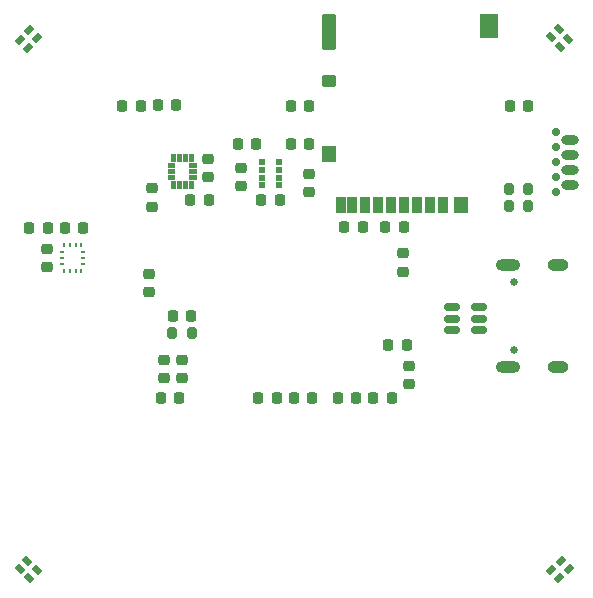
<source format=gbs>
G04 #@! TF.GenerationSoftware,KiCad,Pcbnew,9.0.2-9.0.2-0~ubuntu24.04.1*
G04 #@! TF.CreationDate,2025-06-08T21:46:17-05:00*
G04 #@! TF.ProjectId,FC,46432e6b-6963-4616-945f-706362585858,rev?*
G04 #@! TF.SameCoordinates,Original*
G04 #@! TF.FileFunction,Soldermask,Bot*
G04 #@! TF.FilePolarity,Negative*
%FSLAX46Y46*%
G04 Gerber Fmt 4.6, Leading zero omitted, Abs format (unit mm)*
G04 Created by KiCad (PCBNEW 9.0.2-9.0.2-0~ubuntu24.04.1) date 2025-06-08 21:46:17*
%MOMM*%
%LPD*%
G01*
G04 APERTURE LIST*
G04 Aperture macros list*
%AMRoundRect*
0 Rectangle with rounded corners*
0 $1 Rounding radius*
0 $2 $3 $4 $5 $6 $7 $8 $9 X,Y pos of 4 corners*
0 Add a 4 corners polygon primitive as box body*
4,1,4,$2,$3,$4,$5,$6,$7,$8,$9,$2,$3,0*
0 Add four circle primitives for the rounded corners*
1,1,$1+$1,$2,$3*
1,1,$1+$1,$4,$5*
1,1,$1+$1,$6,$7*
1,1,$1+$1,$8,$9*
0 Add four rect primitives between the rounded corners*
20,1,$1+$1,$2,$3,$4,$5,0*
20,1,$1+$1,$4,$5,$6,$7,0*
20,1,$1+$1,$6,$7,$8,$9,0*
20,1,$1+$1,$8,$9,$2,$3,0*%
%AMRotRect*
0 Rectangle, with rotation*
0 The origin of the aperture is its center*
0 $1 length*
0 $2 width*
0 $3 Rotation angle, in degrees counterclockwise*
0 Add horizontal line*
21,1,$1,$2,0,0,$3*%
G04 Aperture macros list end*
%ADD10C,0.010000*%
%ADD11R,0.254000X0.431800*%
%ADD12R,0.431800X0.254000*%
%ADD13RoundRect,0.225000X0.225000X0.250000X-0.225000X0.250000X-0.225000X-0.250000X0.225000X-0.250000X0*%
%ADD14O,1.800000X1.000000*%
%ADD15O,2.100000X1.000000*%
%ADD16C,0.650000*%
%ADD17O,1.500000X0.800000*%
%ADD18C,0.700000*%
%ADD19RoundRect,0.200000X0.200000X0.275000X-0.200000X0.275000X-0.200000X-0.275000X0.200000X-0.275000X0*%
%ADD20RoundRect,0.200000X-0.200000X-0.275000X0.200000X-0.275000X0.200000X0.275000X-0.200000X0.275000X0*%
%ADD21RotRect,0.762000X0.508000X225.000000*%
%ADD22RotRect,0.762000X0.508000X135.000000*%
%ADD23RotRect,0.762000X0.508000X45.000000*%
%ADD24RotRect,0.762000X0.508000X315.000000*%
%ADD25RoundRect,0.225000X-0.250000X0.225000X-0.250000X-0.225000X0.250000X-0.225000X0.250000X0.225000X0*%
%ADD26RoundRect,0.225000X0.250000X-0.225000X0.250000X0.225000X-0.250000X0.225000X-0.250000X-0.225000X0*%
%ADD27RoundRect,0.225000X-0.225000X-0.250000X0.225000X-0.250000X0.225000X0.250000X-0.225000X0.250000X0*%
%ADD28RoundRect,0.102000X-0.175000X-0.175000X0.175000X-0.175000X0.175000X0.175000X-0.175000X0.175000X0*%
%ADD29RoundRect,0.102000X-0.350000X-0.600000X0.350000X-0.600000X0.350000X0.600000X-0.350000X0.600000X0*%
%ADD30RoundRect,0.102000X-0.500000X-0.600000X0.500000X-0.600000X0.500000X0.600000X-0.500000X0.600000X0*%
%ADD31RoundRect,0.102000X-0.500000X-1.400000X0.500000X-1.400000X0.500000X1.400000X-0.500000X1.400000X0*%
%ADD32RoundRect,0.102000X-0.650000X-0.950000X0.650000X-0.950000X0.650000X0.950000X-0.650000X0.950000X0*%
%ADD33RoundRect,0.102000X-0.500000X-0.400000X0.500000X-0.400000X0.500000X0.400000X-0.500000X0.400000X0*%
%ADD34RoundRect,0.150000X-0.512500X-0.150000X0.512500X-0.150000X0.512500X0.150000X-0.512500X0.150000X0*%
G04 APERTURE END LIST*
D10*
X164875000Y-63425000D02*
X164300000Y-63425000D01*
X164300000Y-63075000D01*
X164875000Y-63075000D01*
X164875000Y-63425000D01*
G36*
X164875000Y-63425000D02*
G01*
X164300000Y-63425000D01*
X164300000Y-63075000D01*
X164875000Y-63075000D01*
X164875000Y-63425000D01*
G37*
X164875000Y-63925000D02*
X164300000Y-63925000D01*
X164300000Y-63575000D01*
X164875000Y-63575000D01*
X164875000Y-63925000D01*
G36*
X164875000Y-63925000D02*
G01*
X164300000Y-63925000D01*
X164300000Y-63575000D01*
X164875000Y-63575000D01*
X164875000Y-63925000D01*
G37*
X164875000Y-64425000D02*
X164300000Y-64425000D01*
X164300000Y-64075000D01*
X164875000Y-64075000D01*
X164875000Y-64425000D01*
G36*
X164875000Y-64425000D02*
G01*
X164300000Y-64425000D01*
X164300000Y-64075000D01*
X164875000Y-64075000D01*
X164875000Y-64425000D01*
G37*
X164925000Y-62875000D02*
X164575000Y-62875000D01*
X164575000Y-62300000D01*
X164925000Y-62300000D01*
X164925000Y-62875000D01*
G36*
X164925000Y-62875000D02*
G01*
X164575000Y-62875000D01*
X164575000Y-62300000D01*
X164925000Y-62300000D01*
X164925000Y-62875000D01*
G37*
X164925000Y-65200000D02*
X164575000Y-65200000D01*
X164575000Y-64625000D01*
X164925000Y-64625000D01*
X164925000Y-65200000D01*
G36*
X164925000Y-65200000D02*
G01*
X164575000Y-65200000D01*
X164575000Y-64625000D01*
X164925000Y-64625000D01*
X164925000Y-65200000D01*
G37*
X165425000Y-62875000D02*
X165075000Y-62875000D01*
X165075000Y-62300000D01*
X165425000Y-62300000D01*
X165425000Y-62875000D01*
G36*
X165425000Y-62875000D02*
G01*
X165075000Y-62875000D01*
X165075000Y-62300000D01*
X165425000Y-62300000D01*
X165425000Y-62875000D01*
G37*
X165425000Y-65200000D02*
X165075000Y-65200000D01*
X165075000Y-64625000D01*
X165425000Y-64625000D01*
X165425000Y-65200000D01*
G36*
X165425000Y-65200000D02*
G01*
X165075000Y-65200000D01*
X165075000Y-64625000D01*
X165425000Y-64625000D01*
X165425000Y-65200000D01*
G37*
X165925000Y-62875000D02*
X165575000Y-62875000D01*
X165575000Y-62300000D01*
X165925000Y-62300000D01*
X165925000Y-62875000D01*
G36*
X165925000Y-62875000D02*
G01*
X165575000Y-62875000D01*
X165575000Y-62300000D01*
X165925000Y-62300000D01*
X165925000Y-62875000D01*
G37*
X165925000Y-65200000D02*
X165575000Y-65200000D01*
X165575000Y-64625000D01*
X165925000Y-64625000D01*
X165925000Y-65200000D01*
G36*
X165925000Y-65200000D02*
G01*
X165575000Y-65200000D01*
X165575000Y-64625000D01*
X165925000Y-64625000D01*
X165925000Y-65200000D01*
G37*
X166425000Y-62875000D02*
X166075000Y-62875000D01*
X166075000Y-62300000D01*
X166425000Y-62300000D01*
X166425000Y-62875000D01*
G36*
X166425000Y-62875000D02*
G01*
X166075000Y-62875000D01*
X166075000Y-62300000D01*
X166425000Y-62300000D01*
X166425000Y-62875000D01*
G37*
X166425000Y-65200000D02*
X166075000Y-65200000D01*
X166075000Y-64625000D01*
X166425000Y-64625000D01*
X166425000Y-65200000D01*
G36*
X166425000Y-65200000D02*
G01*
X166075000Y-65200000D01*
X166075000Y-64625000D01*
X166425000Y-64625000D01*
X166425000Y-65200000D01*
G37*
X166700000Y-63425000D02*
X166125000Y-63425000D01*
X166125000Y-63075000D01*
X166700000Y-63075000D01*
X166700000Y-63425000D01*
G36*
X166700000Y-63425000D02*
G01*
X166125000Y-63425000D01*
X166125000Y-63075000D01*
X166700000Y-63075000D01*
X166700000Y-63425000D01*
G37*
X166700000Y-63925000D02*
X166125000Y-63925000D01*
X166125000Y-63575000D01*
X166700000Y-63575000D01*
X166700000Y-63925000D01*
G36*
X166700000Y-63925000D02*
G01*
X166125000Y-63925000D01*
X166125000Y-63575000D01*
X166700000Y-63575000D01*
X166700000Y-63925000D01*
G37*
X166700000Y-64425000D02*
X166125000Y-64425000D01*
X166125000Y-64075000D01*
X166700000Y-64075000D01*
X166700000Y-64425000D01*
G36*
X166700000Y-64425000D02*
G01*
X166125000Y-64425000D01*
X166125000Y-64075000D01*
X166700000Y-64075000D01*
X166700000Y-64425000D01*
G37*
D11*
X157000001Y-72250000D03*
X156500000Y-72250000D03*
X156000000Y-72250000D03*
X155499999Y-72250000D03*
D12*
X155361000Y-71619699D03*
X155361000Y-71119700D03*
X155361000Y-70619701D03*
D11*
X155499999Y-69989400D03*
X156000000Y-69989400D03*
X156500000Y-69989400D03*
X157000001Y-69989400D03*
D12*
X157139000Y-70619701D03*
X157139000Y-71119700D03*
X157139000Y-71619699D03*
D13*
X193250000Y-58250000D03*
X194800000Y-58250000D03*
D14*
X197325000Y-71680000D03*
D15*
X193145000Y-71680000D03*
D14*
X197325000Y-80320000D03*
D15*
X193145000Y-80320000D03*
D16*
X193645000Y-73110000D03*
X193645000Y-78890000D03*
D17*
X198368500Y-61095000D03*
X198368500Y-62365000D03*
X198368500Y-63635000D03*
X198368500Y-64905000D03*
D18*
X197213500Y-60460000D03*
X197213500Y-61730000D03*
X197213500Y-63000000D03*
X197213500Y-64270000D03*
X197213500Y-65540000D03*
D19*
X193175000Y-65250000D03*
X194825000Y-65250000D03*
D20*
X194825000Y-66750000D03*
X193175000Y-66750000D03*
D21*
X196759517Y-97568731D03*
X197431269Y-98240483D03*
X198240483Y-97431269D03*
X197568731Y-96759517D03*
D22*
X152431269Y-96759517D03*
X151759517Y-97431269D03*
X152568731Y-98240483D03*
X153240483Y-97568731D03*
D23*
X152440786Y-53309214D03*
X151769034Y-52637462D03*
X152578248Y-51828248D03*
X153250000Y-52500000D03*
D24*
X197559214Y-53240483D03*
X198230966Y-52568731D03*
X197421752Y-51759517D03*
X196750000Y-52431269D03*
D25*
X176250000Y-63975000D03*
X176250000Y-65525000D03*
D13*
X165025000Y-58200000D03*
X163475000Y-58200000D03*
D19*
X166325000Y-77500000D03*
X164675000Y-77500000D03*
D13*
X172225000Y-66250000D03*
X173775000Y-66250000D03*
D26*
X170500000Y-63475000D03*
X170500000Y-65025000D03*
D13*
X166225000Y-66250000D03*
X167775000Y-66250000D03*
D26*
X167750000Y-62725000D03*
X167750000Y-64275000D03*
D13*
X155586000Y-68619700D03*
X157136000Y-68619700D03*
D25*
X154111000Y-71894700D03*
X154111000Y-70344700D03*
D27*
X154136000Y-68619700D03*
X152586000Y-68619700D03*
X166275000Y-76000000D03*
X164725000Y-76000000D03*
D13*
X170225000Y-61500000D03*
X171775000Y-61500000D03*
X174750000Y-61500000D03*
X176300000Y-61500000D03*
D26*
X184250000Y-70725000D03*
X184250000Y-72275000D03*
D27*
X184525000Y-78500000D03*
X182975000Y-78500000D03*
D25*
X184750000Y-81775000D03*
X184750000Y-80225000D03*
D27*
X183275000Y-83000000D03*
X181725000Y-83000000D03*
X176525000Y-83000000D03*
X174975000Y-83000000D03*
X173525000Y-83000000D03*
X171975000Y-83000000D03*
X165250000Y-83000000D03*
X163700000Y-83000000D03*
D25*
X162750000Y-74025000D03*
X162750000Y-72475000D03*
D27*
X180275000Y-83000000D03*
X178725000Y-83000000D03*
D25*
X164000000Y-81275000D03*
X164000000Y-79725000D03*
X165500000Y-81275000D03*
X165500000Y-79725000D03*
D27*
X179250000Y-68500000D03*
X180800000Y-68500000D03*
D28*
X173725000Y-64975000D03*
X173725000Y-64325000D03*
X173725000Y-63675000D03*
X173725000Y-63025000D03*
X172275000Y-63025000D03*
X172275000Y-63675000D03*
X172275000Y-64325000D03*
X172275000Y-64975000D03*
D29*
X187600000Y-66600000D03*
X186500000Y-66600000D03*
X185400000Y-66600000D03*
X184300000Y-66600000D03*
X183200000Y-66600000D03*
X182100000Y-66600000D03*
X181000000Y-66600000D03*
X179900000Y-66600000D03*
D30*
X178000000Y-62300000D03*
D31*
X178000000Y-51950000D03*
D32*
X191500000Y-51500000D03*
D30*
X189150000Y-66600000D03*
D33*
X178000000Y-56100000D03*
D29*
X178950000Y-66600000D03*
D34*
X188362500Y-77200000D03*
X188362500Y-76250000D03*
X188362500Y-75300000D03*
X190637500Y-75300000D03*
X190637500Y-76250000D03*
X190637500Y-77200000D03*
D27*
X182725000Y-68500000D03*
X184275000Y-68500000D03*
D26*
X163000000Y-66775000D03*
X163000000Y-65225000D03*
D13*
X176275000Y-58250000D03*
X174725000Y-58250000D03*
D27*
X160475000Y-58250000D03*
X162025000Y-58250000D03*
M02*

</source>
